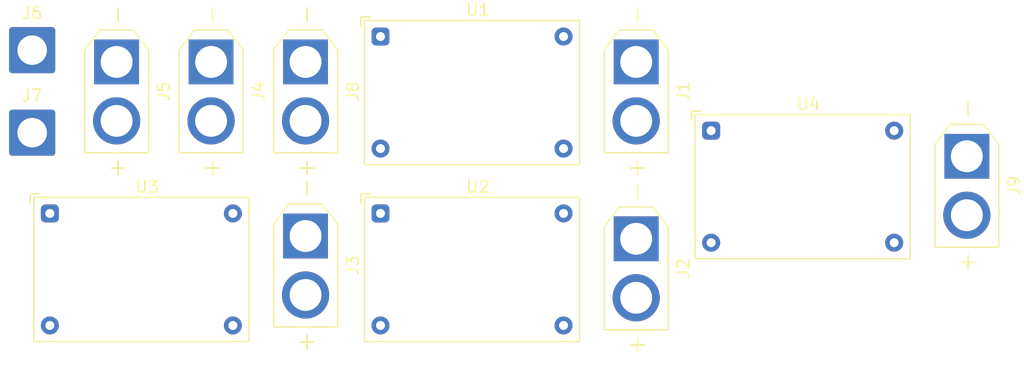
<source format=kicad_pcb>
(kicad_pcb (version 20221018) (generator pcbnew)
  (layers (0 "F.Cu" signal) (31 "B.Cu" signal) (34 "B.Paste" user) (35 "F.Paste" user) (36 "B.SilkS" user "B.Silkscreen") (37 "F.SilkS" user "F.Silkscreen") (38 "B.Mask" user) (39 "F.Mask" user) (44 "Edge.Cuts" user))
  (net 0 "")
  (net 1 "Net-(J1-Pin_1)")
  (net 2 "Net-(J1-Pin_2)")
  (net 3 "Net-(J2-Pin_1)")
  (net 4 "Net-(J2-Pin_2)")
  (net 5 "Net-(J3-Pin_1)")
  (net 6 "Net-(J3-Pin_2)")
  (net 7 "GND")
  (net 8 "+12V")
  (net 9 "Net-(J9-Pin_1)")
  (net 10 "Net-(J9-Pin_2)")
  (footprint "Connector_AMASS:AMASS_XT30U-F_1x02_P5.0mm_Vertical" (layer "F.Cu") (at 208 66.5 -90)
    (fp_text reference "J1" (at 2.5 -4 90) (layer "F.SilkS"))
    (fp_text value "hal")
    (fp_text user "-" (at -4 0 90) (layer "F.SilkS") (effects (font (size 1.5 1.5))))
    (fp_text user "+" (at 9 0 90) (layer "F.SilkS") (effects (font (size 1.5 1.5))))
    (fp_line (start -2.71 -1.41) (end -2.71 1.41) (stroke (width 0.12)) (layer "F.SilkS"))
    (fp_line (start -2.71 -1.41) (end -1.01 -2.71) (stroke (width 0.12)) (layer "F.SilkS"))
    (fp_line (start -2.71 1.41) (end -1.01 2.71) (stroke (width 0.12)) (layer "F.SilkS"))
    (fp_line (start -1.01 -2.71) (end 7.71 -2.71) (stroke (width 0.12)) (layer "F.SilkS"))
    (fp_line (start -1.01 2.71) (end 7.71 2.71) (stroke (width 0.12)) (layer "F.SilkS"))
    (fp_line (start 7.71 -2.71) (end 7.71 2.71) (stroke (width 0.12)) (layer "F.SilkS"))
    (pad "1" thru_hole rect (at 0 0 270) (size 3.8 3.8) (drill 2.7) (layers "*.Cu" "*.Mask") (net 1 "Net-(J1-Pin_1)"))
    (pad "2" thru_hole circle (at 5 0 270) (size 4 4) (drill 2.7) (layers "*.Cu" "*.Mask") (net 2 "Net-(J1-Pin_2)"))
  )
  (footprint "Connector_AMASS:AMASS_XT30U-F_1x02_P5.0mm_Vertical" (layer "F.Cu") (at 180 66.5 -90)
    (fp_text reference "J8" (at 2.5 -4 90) (layer "F.SilkS"))
    (fp_text value "acc")
    (fp_text user "+" (at 9 0 90) (layer "F.SilkS") (effects (font (size 1.5 1.5))))
    (fp_text user "-" (at -4 0 90) (layer "F.SilkS") (effects (font (size 1.5 1.5))))
    (fp_line (start -2.71 -1.41) (end -2.71 1.41) (stroke (width 0.12)) (layer "F.SilkS"))
    (fp_line (start -2.71 -1.41) (end -1.01 -2.71) (stroke (width 0.12)) (layer "F.SilkS"))
    (fp_line (start -2.71 1.41) (end -1.01 2.71) (stroke (width 0.12)) (layer "F.SilkS"))
    (fp_line (start -1.01 -2.71) (end 7.71 -2.71) (stroke (width 0.12)) (layer "F.SilkS"))
    (fp_line (start -1.01 2.71) (end 7.71 2.71) (stroke (width 0.12)) (layer "F.SilkS"))
    (fp_line (start 7.71 -2.71) (end 7.71 2.71) (stroke (width 0.12)) (layer "F.SilkS"))
    (pad "1" thru_hole rect (at 0 0 270) (size 3.8 3.8) (drill 2.7) (layers "*.Cu" "*.Mask") (net 7 "GND"))
    (pad "2" thru_hole circle (at 5 0 270) (size 4 4) (drill 2.7) (layers "*.Cu" "*.Mask") (net 8 "+12V"))
  )
  (footprint "Connector_AMASS:AMASS_XT30U-F_1x02_P5.0mm_Vertical" (layer "F.Cu") (at 164 66.5 -90)
    (fp_text reference "J5" (at 2.5 -4 90) (layer "F.SilkS"))
    (fp_text value "axxs")
    (fp_text user "+" (at 9 0 90) (layer "F.SilkS") (effects (font (size 1.5 1.5))))
    (fp_text user "-" (at -4 0 90) (layer "F.SilkS") (effects (font (size 1.5 1.5))))
    (fp_line (start -2.71 -1.41) (end -2.71 1.41) (stroke (width 0.12)) (layer "F.SilkS"))
    (fp_line (start -2.71 -1.41) (end -1.01 -2.71) (stroke (width 0.12)) (layer "F.SilkS"))
    (fp_line (start -2.71 1.41) (end -1.01 2.71) (stroke (width 0.12)) (layer "F.SilkS"))
    (fp_line (start -1.01 -2.71) (end 7.71 -2.71) (stroke (width 0.12)) (layer "F.SilkS"))
    (fp_line (start -1.01 2.71) (end 7.71 2.71) (stroke (width 0.12)) (layer "F.SilkS"))
    (fp_line (start 7.71 -2.71) (end 7.71 2.71) (stroke (width 0.12)) (layer "F.SilkS"))
    (pad "1" thru_hole rect (at 0 0 270) (size 3.8 3.8) (drill 2.7) (layers "*.Cu" "*.Mask") (net 7 "GND"))
    (pad "2" thru_hole circle (at 5 0 270) (size 4 4) (drill 2.7) (layers "*.Cu" "*.Mask") (net 8 "+12V"))
  )
  (footprint "This:MINI-360" (layer "F.Cu") (at 158.3475 79.3475)
    (fp_text reference "U3" (at 8.25 -2.25 unlocked) (layer "F.SilkS"))
    (fp_text value "MINI-360")
    (fp_line (start -1.66 -1.66) (end -0.86 -1.66) (stroke (width 0.12)) (layer "F.SilkS"))
    (fp_line (start -1.66 -0.86) (end -1.66 -1.66) (stroke (width 0.12)) (layer "F.SilkS"))
    (fp_rect (start -1.36 -1.36) (end 16.86 10.86) (stroke (width 0.12)) (fill none) (layer "F.SilkS"))
    (pad "1" thru_hole roundrect (at 0 0) (size 1.524 1.524) (drill 0.762) (layers "*.Cu" "*.Mask") (net 7 "GND"))
    (pad "2" thru_hole circle (at 0 9.5) (size 1.524 1.524) (drill 0.762) (layers "*.Cu" "*.Mask") (net 8 "+12V"))
    (pad "3" thru_hole circle (at 15.5 0) (size 1.524 1.524) (drill 0.762) (layers "*.Cu" "*.Mask") (net 5 "Net-(J3-Pin_1)"))
    (pad "4" thru_hole circle (at 15.5 9.5) (size 1.524 1.524) (drill 0.762) (layers "*.Cu" "*.Mask") (net 6 "Net-(J3-Pin_2)"))
  )
  (footprint "Connector_Wire:SolderWire-2sqmm_1x01_D2mm_OD3.9mm" (layer "F.Cu") (at 156.85 72.5)
    (fp_text reference "J7" (at 0 -3.15) (layer "F.SilkS"))
    (fp_text value "+")
    (pad "1" thru_hole roundrect (at 0 0) (size 3.9 3.9) (drill 2.5) (layers "*.Cu" "*.Mask") (roundrect_rratio 0.064103) (net 8 "+12V"))
  )
  (footprint "This:MINI-360" (layer "F.Cu") (at 214.3475 72.33)
    (fp_text reference "U4" (at 8.25 -2.25 unlocked) (layer "F.SilkS"))
    (fp_text value "MINI-360")
    (fp_line (start -1.66 -1.66) (end -0.86 -1.66) (stroke (width 0.12)) (layer "F.SilkS"))
    (fp_line (start -1.66 -0.86) (end -1.66 -1.66) (stroke (width 0.12)) (layer "F.SilkS"))
    (fp_rect (start -1.36 -1.36) (end 16.86 10.86) (stroke (width 0.12)) (fill none) (layer "F.SilkS"))
    (pad "1" thru_hole roundrect (at 0 0) (size 1.524 1.524) (drill 0.762) (layers "*.Cu" "*.Mask") (net 7 "GND"))
    (pad "2" thru_hole circle (at 0 9.5) (size 1.524 1.524) (drill 0.762) (layers "*.Cu" "*.Mask") (net 8 "+12V"))
    (pad "3" thru_hole circle (at 15.5 0) (size 1.524 1.524) (drill 0.762) (layers "*.Cu" "*.Mask") (net 9 "Net-(J9-Pin_1)"))
    (pad "4" thru_hole circle (at 15.5 9.5) (size 1.524 1.524) (drill 0.762) (layers "*.Cu" "*.Mask") (net 10 "Net-(J9-Pin_2)"))
  )
  (footprint "Connector_Wire:SolderWire-2sqmm_1x01_D2mm_OD3.9mm" (layer "F.Cu") (at 156.85 65.5)
    (fp_text reference "J6" (at 0 -3.15) (layer "F.SilkS"))
    (fp_text value "-")
    (pad "1" thru_hole roundrect (at 0 0) (size 3.9 3.9) (drill 2.5) (layers "*.Cu" "*.Mask") (roundrect_rratio 0.064103) (net 7 "GND"))
  )
  (footprint "This:MINI-360" (layer "F.Cu") (at 186.3475 64.3475)
    (fp_text reference "U1" (at 8.25 -2.25 unlocked) (layer "F.SilkS"))
    (fp_text value "MINI-360")
    (fp_line (start -1.66 -1.66) (end -0.86 -1.66) (stroke (width 0.12)) (layer "F.SilkS"))
    (fp_line (start -1.66 -0.86) (end -1.66 -1.66) (stroke (width 0.12)) (layer "F.SilkS"))
    (fp_rect (start -1.36 -1.36) (end 16.86 10.86) (stroke (width 0.12)) (fill none) (layer "F.SilkS"))
    (pad "1" thru_hole roundrect (at 0 0) (size 1.524 1.524) (drill 0.762) (layers "*.Cu" "*.Mask") (net 7 "GND"))
    (pad "2" thru_hole circle (at 0 9.5) (size 1.524 1.524) (drill 0.762) (layers "*.Cu" "*.Mask") (net 8 "+12V"))
    (pad "3" thru_hole circle (at 15.5 0) (size 1.524 1.524) (drill 0.762) (layers "*.Cu" "*.Mask") (net 1 "Net-(J1-Pin_1)"))
    (pad "4" thru_hole circle (at 15.5 9.5) (size 1.524 1.524) (drill 0.762) (layers "*.Cu" "*.Mask") (net 2 "Net-(J1-Pin_2)"))
  )
  (footprint "Connector_AMASS:AMASS_XT30U-F_1x02_P5.0mm_Vertical" (layer "F.Cu") (at 180 81.2625 -90)
    (fp_text reference "J3" (at 2.5 -4 90) (layer "F.SilkS"))
    (fp_text value "web")
    (fp_text user "-" (at -4 0 90) (layer "F.SilkS") (effects (font (size 1.5 1.5))))
    (fp_text user "+" (at 9 0 90) (layer "F.SilkS") (effects (font (size 1.5 1.5))))
    (fp_line (start -2.71 -1.41) (end -2.71 1.41) (stroke (width 0.12)) (layer "F.SilkS"))
    (fp_line (start -2.71 -1.41) (end -1.01 -2.71) (stroke (width 0.12)) (layer "F.SilkS"))
    (fp_line (start -2.71 1.41) (end -1.01 2.71) (stroke (width 0.12)) (layer "F.SilkS"))
    (fp_line (start -1.01 -2.71) (end 7.71 -2.71) (stroke (width 0.12)) (layer "F.SilkS"))
    (fp_line (start -1.01 2.71) (end 7.71 2.71) (stroke (width 0.12)) (layer "F.SilkS"))
    (fp_line (start 7.71 -2.71) (end 7.71 2.71) (stroke (width 0.12)) (layer "F.SilkS"))
    (pad "1" thru_hole rect (at 0 0 270) (size 3.8 3.8) (drill 2.7) (layers "*.Cu" "*.Mask") (net 5 "Net-(J3-Pin_1)"))
    (pad "2" thru_hole circle (at 5 0 270) (size 4 4) (drill 2.7) (layers "*.Cu" "*.Mask") (net 6 "Net-(J3-Pin_2)"))
  )
  (footprint "Connector_AMASS:AMASS_XT30U-F_1x02_P5.0mm_Vertical" (layer "F.Cu") (at 208 81.5 -90)
    (fp_text reference "J2" (at 2.5 -4 90) (layer "F.SilkS"))
    (fp_text value "daisy")
    (fp_text user "-" (at -4 0 90) (layer "F.SilkS") (effects (font (size 1.5 1.5))))
    (fp_text user "+" (at 9 0 90) (layer "F.SilkS") (effects (font (size 1.5 1.5))))
    (fp_line (start -2.71 -1.41) (end -2.71 1.41) (stroke (width 0.12)) (layer "F.SilkS"))
    (fp_line (start -2.71 -1.41) (end -1.01 -2.71) (stroke (width 0.12)) (layer "F.SilkS"))
    (fp_line (start -2.71 1.41) (end -1.01 2.71) (stroke (width 0.12)) (layer "F.SilkS"))
    (fp_line (start -1.01 -2.71) (end 7.71 -2.71) (stroke (width 0.12)) (layer "F.SilkS"))
    (fp_line (start -1.01 2.71) (end 7.71 2.71) (stroke (width 0.12)) (layer "F.SilkS"))
    (fp_line (start 7.71 -2.71) (end 7.71 2.71) (stroke (width 0.12)) (layer "F.SilkS"))
    (pad "1" thru_hole rect (at 0 0 270) (size 3.8 3.8) (drill 2.7) (layers "*.Cu" "*.Mask") (net 3 "Net-(J2-Pin_1)"))
    (pad "2" thru_hole circle (at 5 0 270) (size 4 4) (drill 2.7) (layers "*.Cu" "*.Mask") (net 4 "Net-(J2-Pin_2)"))
  )
  (footprint "Connector_AMASS:AMASS_XT30U-F_1x02_P5.0mm_Vertical" (layer "F.Cu") (at 172 66.5 -90)
    (fp_text reference "J4" (at 2.5 -4 90) (layer "F.SilkS"))
    (fp_text value "switch")
    (fp_text user "-" (at -4 0 90) (layer "F.SilkS") (effects (font (size 1.5 1.5))))
    (fp_text user "+" (at 9 0 90) (layer "F.SilkS") (effects (font (size 1.5 1.5))))
    (fp_line (start -2.71 -1.41) (end -2.71 1.41) (stroke (width 0.12)) (layer "F.SilkS"))
    (fp_line (start -2.71 -1.41) (end -1.01 -2.71) (stroke (width 0.12)) (layer "F.SilkS"))
    (fp_line (start -2.71 1.41) (end -1.01 2.71) (stroke (width 0.12)) (layer "F.SilkS"))
    (fp_line (start -1.01 -2.71) (end 7.71 -2.71) (stroke (width 0.12)) (layer "F.SilkS"))
    (fp_line (start -1.01 2.71) (end 7.71 2.71) (stroke (width 0.12)) (layer "F.SilkS"))
    (fp_line (start 7.71 -2.71) (end 7.71 2.71) (stroke (width 0.12)) (layer "F.SilkS"))
    (pad "1" thru_hole rect (at 0 0 270) (size 3.8 3.8) (drill 2.7) (layers "*.Cu" "*.Mask") (net 7 "GND"))
    (pad "2" thru_hole circle (at 5 0 270) (size 4 4) (drill 2.7) (layers "*.Cu" "*.Mask") (net 8 "+12V"))
  )
  (footprint "Connector_AMASS:AMASS_XT30U-F_1x02_P5.0mm_Vertical" (layer "F.Cu") (at 236 74.5 -90)
    (fp_text reference "J9" (at 2.5 -4 90) (layer "F.SilkS"))
    (fp_text value "audio")
    (fp_text user "-" (at -4 0 90) (layer "F.SilkS") (effects (font (size 1.5 1.5))))
    (fp_text user "+" (at 9 0 90) (layer "F.SilkS") (effects (font (size 1.5 1.5))))
    (fp_line (start -2.71 -1.41) (end -2.71 1.41) (stroke (width 0.12)) (layer "F.SilkS"))
    (fp_line (start -2.71 -1.41) (end -1.01 -2.71) (stroke (width 0.12)) (layer "F.SilkS"))
    (fp_line (start -2.71 1.41) (end -1.01 2.71) (stroke (width 0.12)) (layer "F.SilkS"))
    (fp_line (start -1.01 -2.71) (end 7.71 -2.71) (stroke (width 0.12)) (layer "F.SilkS"))
    (fp_line (start -1.01 2.71) (end 7.71 2.71) (stroke (width 0.12)) (layer "F.SilkS"))
    (fp_line (start 7.71 -2.71) (end 7.71 2.71) (stroke (width 0.12)) (layer "F.SilkS"))
    (pad "1" thru_hole rect (at 0 0 270) (size 3.8 3.8) (drill 2.7) (layers "*.Cu" "*.Mask") (net 9 "Net-(J9-Pin_1)"))
    (pad "2" thru_hole circle (at 5 0 270) (size 4 4) (drill 2.7) (layers "*.Cu" "*.Mask") (net 10 "Net-(J9-Pin_2)"))
  )
  (footprint "This:MINI-360" (layer "F.Cu") (at 186.3475 79.3475)
    (fp_text reference "U2" (at 8.25 -2.25 unlocked) (layer "F.SilkS"))
    (fp_text value "MINI-360")
    (fp_line (start -1.66 -1.66) (end -0.86 -1.66) (stroke (width 0.12)) (layer "F.SilkS"))
    (fp_line (start -1.66 -0.86) (end -1.66 -1.66) (stroke (width 0.12)) (layer "F.SilkS"))
    (fp_rect (start -1.36 -1.36) (end 16.86 10.86) (stroke (width 0.12)) (fill none) (layer "F.SilkS"))
    (pad "1" thru_hole roundrect (at 0 0) (size 1.524 1.524) (drill 0.762) (layers "*.Cu" "*.Mask") (net 7 "GND"))
    (pad "2" thru_hole circle (at 0 9.5) (size 1.524 1.524) (drill 0.762) (layers "*.Cu" "*.Mask") (net 8 "+12V"))
    (pad "3" thru_hole circle (at 15.5 0) (size 1.524 1.524) (drill 0.762) (layers "*.Cu" "*.Mask") (net 3 "Net-(J2-Pin_1)"))
    (pad "4" thru_hole circle (at 15.5 9.5) (size 1.524 1.524) (drill 0.762) (layers "*.Cu" "*.Mask") (net 4 "Net-(J2-Pin_2)"))
  )
)
</source>
